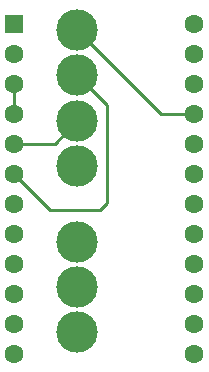
<source format=gbr>
%TF.GenerationSoftware,KiCad,Pcbnew,(5.1.10)-1*%
%TF.CreationDate,2023-06-15T14:01:31-05:00*%
%TF.ProjectId,1 Player,3120506c-6179-4657-922e-6b696361645f,rev?*%
%TF.SameCoordinates,Original*%
%TF.FileFunction,Copper,L2,Bot*%
%TF.FilePolarity,Positive*%
%FSLAX46Y46*%
G04 Gerber Fmt 4.6, Leading zero omitted, Abs format (unit mm)*
G04 Created by KiCad (PCBNEW (5.1.10)-1) date 2023-06-15 14:01:31*
%MOMM*%
%LPD*%
G01*
G04 APERTURE LIST*
%TA.AperFunction,ComponentPad*%
%ADD10C,3.500000*%
%TD*%
%TA.AperFunction,ComponentPad*%
%ADD11C,1.600000*%
%TD*%
%TA.AperFunction,ComponentPad*%
%ADD12R,1.600000X1.600000*%
%TD*%
%TA.AperFunction,Conductor*%
%ADD13C,0.250000*%
%TD*%
G04 APERTURE END LIST*
D10*
%TO.P,PLAYER1,1*%
%TO.N,/VCC*%
X171704000Y-76708000D03*
%TO.P,PLAYER1,2*%
%TO.N,/CLOCK*%
X171704000Y-80568000D03*
%TO.P,PLAYER1,4*%
%TO.N,/DATA1*%
X171704000Y-88288000D03*
%TO.P,PLAYER1,3*%
%TO.N,/LATCH*%
X171704000Y-84468000D03*
%TO.P,PLAYER1,5*%
%TO.N,Net-(PLAYER1-Pad5)*%
X171704000Y-94668000D03*
%TO.P,PLAYER1,6*%
%TO.N,Net-(PLAYER1-Pad6)*%
X171704000Y-98518000D03*
%TO.P,PLAYER1,7*%
%TO.N,/GND*%
X171704000Y-102338000D03*
%TD*%
D11*
%TO.P,MCU1,24*%
%TO.N,Net-(MCU1-Pad24)*%
X181610000Y-76200000D03*
%TO.P,MCU1,23*%
%TO.N,/GND*%
X181610000Y-78740000D03*
%TO.P,MCU1,22*%
%TO.N,Net-(MCU1-Pad22)*%
X181610000Y-81280000D03*
%TO.P,MCU1,21*%
%TO.N,/VCC*%
X181610000Y-83820000D03*
%TO.P,MCU1,20*%
%TO.N,Net-(MCU1-Pad20)*%
X181610000Y-86360000D03*
%TO.P,MCU1,19*%
%TO.N,Net-(MCU1-Pad19)*%
X181610000Y-88900000D03*
%TO.P,MCU1,18*%
%TO.N,/DATA2*%
X181610000Y-91440000D03*
%TO.P,MCU1,17*%
%TO.N,/DATA1*%
X181610000Y-93980000D03*
%TO.P,MCU1,16*%
%TO.N,Net-(MCU1-Pad16)*%
X181610000Y-96520000D03*
%TO.P,MCU1,15*%
%TO.N,Net-(MCU1-Pad15)*%
X181610000Y-99060000D03*
%TO.P,MCU1,14*%
%TO.N,Net-(MCU1-Pad14)*%
X181610000Y-101600000D03*
%TO.P,MCU1,13*%
%TO.N,Net-(MCU1-Pad13)*%
X181610000Y-104140000D03*
%TO.P,MCU1,12*%
%TO.N,Net-(MCU1-Pad12)*%
X166370000Y-104140000D03*
%TO.P,MCU1,11*%
%TO.N,Net-(MCU1-Pad11)*%
X166370000Y-101600000D03*
%TO.P,MCU1,10*%
%TO.N,Net-(MCU1-Pad10)*%
X166370000Y-99060000D03*
%TO.P,MCU1,9*%
%TO.N,Net-(MCU1-Pad9)*%
X166370000Y-96520000D03*
%TO.P,MCU1,8*%
%TO.N,Net-(MCU1-Pad8)*%
X166370000Y-93980000D03*
%TO.P,MCU1,7*%
%TO.N,Net-(MCU1-Pad7)*%
X166370000Y-91440000D03*
%TO.P,MCU1,6*%
%TO.N,/CLOCK*%
X166370000Y-88900000D03*
%TO.P,MCU1,5*%
%TO.N,/LATCH*%
X166370000Y-86360000D03*
%TO.P,MCU1,4*%
%TO.N,/GND*%
X166370000Y-83820000D03*
%TO.P,MCU1,3*%
X166370000Y-81280000D03*
%TO.P,MCU1,2*%
%TO.N,Net-(MCU1-Pad2)*%
X166370000Y-78740000D03*
D12*
%TO.P,MCU1,1*%
%TO.N,Net-(MCU1-Pad1)*%
X166370000Y-76200000D03*
%TD*%
D13*
%TO.N,/GND*%
X166370000Y-81280000D02*
X166370000Y-83820000D01*
%TO.N,/VCC*%
X178816000Y-83820000D02*
X171704000Y-76708000D01*
X181610000Y-83820000D02*
X178816000Y-83820000D01*
%TO.N,/CLOCK*%
X171704000Y-80568000D02*
X174194000Y-83058000D01*
X174194000Y-83058000D02*
X174194000Y-91390000D01*
X174194000Y-91390000D02*
X173636000Y-91948000D01*
X169418000Y-91948000D02*
X166370000Y-88900000D01*
X173636000Y-91948000D02*
X169418000Y-91948000D01*
%TO.N,/LATCH*%
X169812000Y-86360000D02*
X171704000Y-84468000D01*
X169812000Y-86360000D02*
X166370000Y-86360000D01*
%TD*%
M02*

</source>
